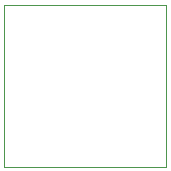
<source format=gbr>
G04 #@! TF.GenerationSoftware,KiCad,Pcbnew,(5.1.6-14-g3ac0951e1-dirty)*
G04 #@! TF.CreationDate,2021-04-17T10:51:59+02:00*
G04 #@! TF.ProjectId,A003.0000017200_DM.ADS7142.BOB,41303033-2e30-4303-9030-303137323030,rev?*
G04 #@! TF.SameCoordinates,Original*
G04 #@! TF.FileFunction,Profile,NP*
%FSLAX46Y46*%
G04 Gerber Fmt 4.6, Leading zero omitted, Abs format (unit mm)*
G04 Created by KiCad (PCBNEW (5.1.6-14-g3ac0951e1-dirty)) date 2021-04-17 10:51:59*
%MOMM*%
%LPD*%
G01*
G04 APERTURE LIST*
G04 #@! TA.AperFunction,Profile*
%ADD10C,0.050000*%
G04 #@! TD*
G04 APERTURE END LIST*
D10*
X125222000Y-88011000D02*
X125222000Y-74295000D01*
X138938000Y-88011000D02*
X125222000Y-88011000D01*
X138938000Y-74295000D02*
X138938000Y-88011000D01*
X125222000Y-74295000D02*
X138938000Y-74295000D01*
M02*

</source>
